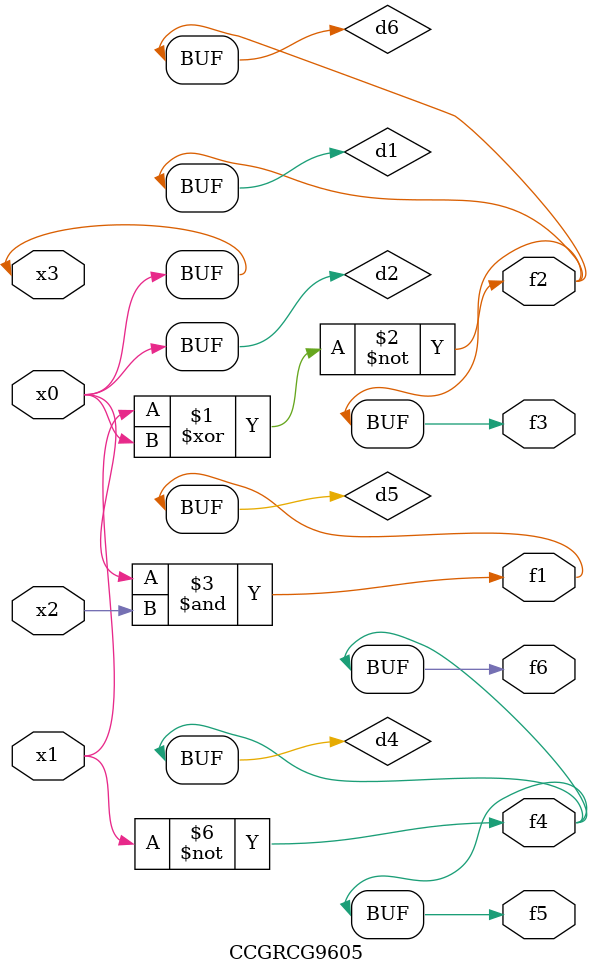
<source format=v>
module CCGRCG9605(
	input x0, x1, x2, x3,
	output f1, f2, f3, f4, f5, f6
);

	wire d1, d2, d3, d4, d5, d6;

	xnor (d1, x1, x3);
	buf (d2, x0, x3);
	nand (d3, x0, x2);
	not (d4, x1);
	nand (d5, d3);
	or (d6, d1);
	assign f1 = d5;
	assign f2 = d6;
	assign f3 = d6;
	assign f4 = d4;
	assign f5 = d4;
	assign f6 = d4;
endmodule

</source>
